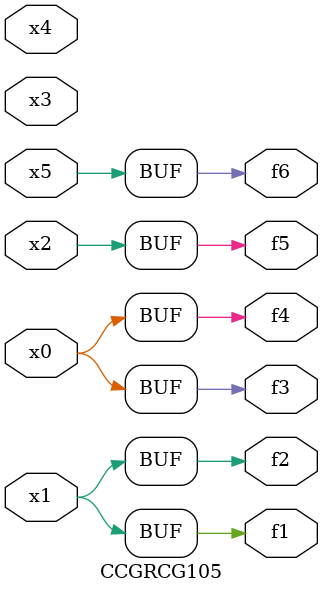
<source format=v>
module CCGRCG105(
	input x0, x1, x2, x3, x4, x5,
	output f1, f2, f3, f4, f5, f6
);
	assign f1 = x1;
	assign f2 = x1;
	assign f3 = x0;
	assign f4 = x0;
	assign f5 = x2;
	assign f6 = x5;
endmodule

</source>
